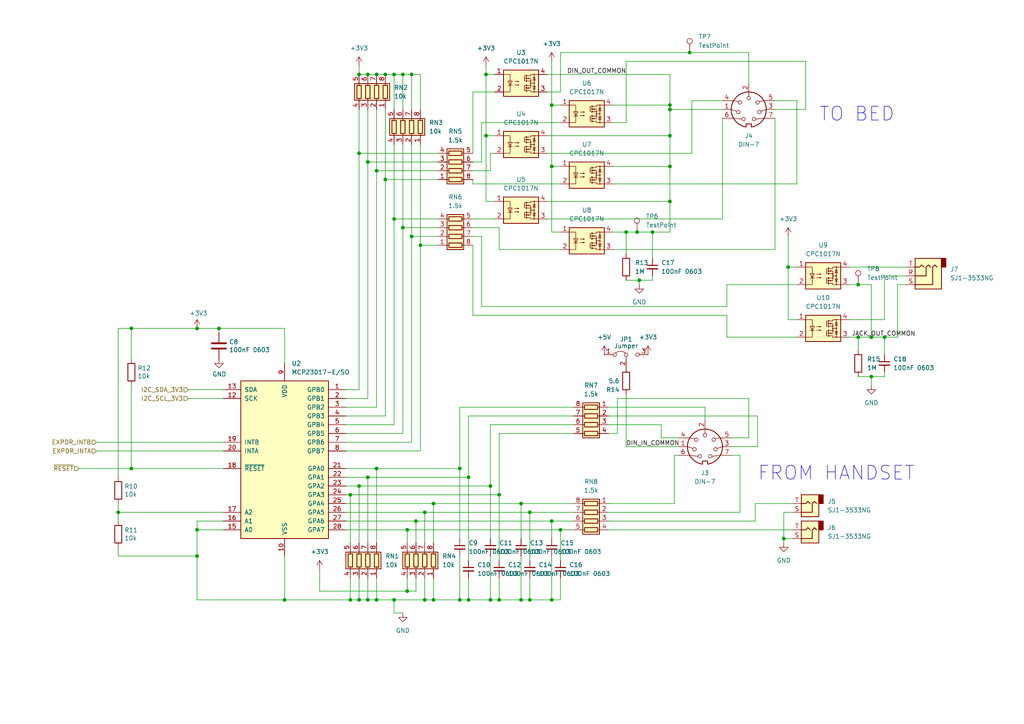
<source format=kicad_sch>
(kicad_sch (version 20211123) (generator eeschema)
  (paper "A4")
  (lib_symbols
    (symbol "Connector:AudioJack2"
      (property "Reference" "J" (at 0 8.89 0))
      (property "Value" "AudioJack2" (at 0 6.35 0))
      (symbol "AudioJack2_0_1"
        (rectangle (start -3.81 0) (end -2.54 -2.54) (stroke (width 0.254)) (fill (type outline)))
        (rectangle (start -2.54 3.81) (end 2.54 -2.54) (stroke (width 0.254)) (fill (type background)))
        (polyline (pts (xy 0 0) (xy 0.635 -0.635) (xy 1.27 0) (xy 2.54 0)) (stroke (width 0.254)))
        (polyline (pts (xy 2.54 2.54) (xy -0.635 2.54) (xy -0.635 0) (xy -1.27 -0.635) (xy -1.905 0)) (stroke (width 0.254)))
      )
      (symbol "AudioJack2_1_1"
        (pin passive line (at 5.08 2.54 180) (length 2.54) (name "~") (number "S"))
        (pin passive line (at 5.08 0 180) (length 2.54) (name "~") (number "T"))
      )
    )
    (symbol "Connector:AudioJack3"
      (property "Reference" "J" (at 0 8.89 0))
      (property "Value" "AudioJack3" (at 0 6.35 0))
      (symbol "AudioJack3_0_1"
        (rectangle (start -5.08 -5.08) (end -6.35 -2.54) (stroke (width 0.254)) (fill (type outline)))
        (polyline (pts (xy 0 -2.54) (xy 0.635 -3.175) (xy 1.27 -2.54) (xy 2.54 -2.54)) (stroke (width 0.254)))
        (polyline (pts (xy -1.905 -2.54) (xy -1.27 -3.175) (xy -0.635 -2.54) (xy -0.635 0) (xy 2.54 0)) (stroke (width 0.254)))
        (polyline (pts (xy 2.54 2.54) (xy -2.54 2.54) (xy -2.54 -2.54) (xy -3.175 -3.175) (xy -3.81 -2.54)) (stroke (width 0.254)))
        (rectangle (start 2.54 3.81) (end -5.08 -5.08) (stroke (width 0.254)) (fill (type background)))
      )
      (symbol "AudioJack3_1_1"
        (pin passive line (at 5.08 0 180) (length 2.54) (name "~") (number "R"))
        (pin passive line (at 5.08 2.54 180) (length 2.54) (name "~") (number "S"))
        (pin passive line (at 5.08 -2.54 180) (length 2.54) (name "~") (number "T"))
      )
    )
    (symbol "Connector:DIN-7" (pin_names (offset 1.016))
      (property "Reference" "J" (at 3.175 5.715 0))
      (property "Value" "DIN-7" (at 0 -6.604 0))
      (symbol "DIN-7_0_1"
        (arc (start -5.08 0) (mid -3.8597 -3.3379) (end -0.762 -5.08) (stroke (width 0.254)))
        (circle (center -3.048 -0.762) (radius 0.508))
        (circle (center -2.54 2.032) (radius 0.508))
        (circle (center -1.524 -2.794) (radius 0.508))
        (polyline (pts (xy -5.08 0) (xy -3.556 -0.508)))
        (polyline (pts (xy 0 5.08) (xy 0 3.81)))
        (polyline (pts (xy 5.08 0) (xy 3.556 -0.508)))
        (polyline (pts (xy -5.08 -2.54) (xy -4.318 -2.54) (xy -2.032 -2.794)))
        (polyline (pts (xy -5.08 2.54) (xy -4.318 2.54) (xy -3.048 2.286)))
        (polyline (pts (xy 5.08 -2.54) (xy 4.318 -2.54) (xy 2.032 -2.794)))
        (polyline (pts (xy 5.08 2.54) (xy 4.318 2.54) (xy 3.048 2.286)))
        (polyline (pts (xy -0.762 -4.953) (xy -0.762 -4.191) (xy 0.762 -4.191) (xy 0.762 -4.953)) (stroke (width 0.254)))
        (circle (center 0 3.302) (radius 0.508))
        (arc (start 0.762 -5.08) (mid 3.8673 -3.3444) (end 5.08 0) (stroke (width 0.254)))
        (circle (center 1.524 -2.794) (radius 0.508))
        (circle (center 2.54 2.032) (radius 0.508))
        (circle (center 3.048 -0.762) (radius 0.508))
        (arc (start 5.08 0) (mid 0 5.08) (end -5.08 0) (stroke (width 0.254)))
      )
      (symbol "DIN-7_1_1"
        (pin passive line (at -7.62 0 0) (length 2.54) (name "~") (number "1"))
        (pin passive line (at 0 7.62 270) (length 2.54) (name "~") (number "2"))
        (pin passive line (at 7.62 0 180) (length 2.54) (name "~") (number "3"))
        (pin passive line (at -7.62 2.54 0) (length 2.54) (name "~") (number "4"))
        (pin passive line (at 7.62 2.54 180) (length 2.54) (name "~") (number "5"))
        (pin passive line (at -7.62 -2.54 0) (length 2.54) (name "~") (number "6"))
        (pin passive line (at 7.62 -2.54 180) (length 2.54) (name "~") (number "7"))
      )
    )
    (symbol "Connector:TestPoint" (pin_numbers hide) (pin_names (offset 0.762) hide)
      (property "Reference" "TP" (at 0 6.858 0))
      (property "Value" "TestPoint" (at 0 5.08 0))
      (symbol "TestPoint_0_1"
        (circle (center 0 3.302) (radius 0.762))
      )
      (symbol "TestPoint_1_1"
        (pin passive line (at 0 0 90) (length 2.54) (name "1") (number "1"))
      )
    )
    (symbol "Device:C" (pin_numbers hide) (pin_names (offset 0.254))
      (property "Reference" "C" (at 0.635 2.54 0))
      (property "Value" "C" (at 0.635 -2.54 0))
      (symbol "C_0_1"
        (polyline (pts (xy -2.032 -0.762) (xy 2.032 -0.762)) (stroke (width 0.508)))
        (polyline (pts (xy -2.032 0.762) (xy 2.032 0.762)) (stroke (width 0.508)))
      )
      (symbol "C_1_1"
        (pin passive line (at 0 3.81 270) (length 2.794) (name "~") (number "1"))
        (pin passive line (at 0 -3.81 90) (length 2.794) (name "~") (number "2"))
      )
    )
    (symbol "Device:C_Small" (pin_numbers hide) (pin_names (offset 0.254) hide)
      (property "Reference" "C" (at 0.254 1.778 0))
      (property "Value" "C_Small" (at 0.254 -2.032 0))
      (symbol "C_Small_0_1"
        (polyline (pts (xy -1.524 -0.508) (xy 1.524 -0.508)) (stroke (width 0.3302)))
        (polyline (pts (xy -1.524 0.508) (xy 1.524 0.508)) (stroke (width 0.3048)))
      )
      (symbol "C_Small_1_1"
        (pin passive line (at 0 2.54 270) (length 2.032) (name "~") (number "1"))
        (pin passive line (at 0 -2.54 90) (length 2.032) (name "~") (number "2"))
      )
    )
    (symbol "Device:R" (pin_numbers hide) (pin_names (offset 0))
      (property "Reference" "R" (at 2.032 0 90))
      (property "Value" "R" (at 0 0 90))
      (symbol "R_0_1"
        (rectangle (start -1.016 -2.54) (end 1.016 2.54) (stroke (width 0.254)))
      )
      (symbol "R_1_1"
        (pin passive line (at 0 3.81 270) (length 1.27) (name "~") (number "1"))
        (pin passive line (at 0 -3.81 90) (length 1.27) (name "~") (number "2"))
      )
    )
    (symbol "Device:R_Pack04" (pin_names (offset 0) hide)
      (property "Reference" "RN" (at -7.62 0 90))
      (property "Value" "R_Pack04" (at 5.08 0 90))
      (symbol "R_Pack04_0_1"
        (rectangle (start -6.35 -2.413) (end 3.81 2.413) (stroke (width 0.254)) (fill (type background)))
        (rectangle (start -5.715 1.905) (end -4.445 -1.905) (stroke (width 0.254)))
        (rectangle (start -3.175 1.905) (end -1.905 -1.905) (stroke (width 0.254)))
        (rectangle (start -0.635 1.905) (end 0.635 -1.905) (stroke (width 0.254)))
        (polyline (pts (xy -5.08 -2.54) (xy -5.08 -1.905)))
        (polyline (pts (xy -5.08 1.905) (xy -5.08 2.54)))
        (polyline (pts (xy -2.54 -2.54) (xy -2.54 -1.905)))
        (polyline (pts (xy -2.54 1.905) (xy -2.54 2.54)))
        (polyline (pts (xy 0 -2.54) (xy 0 -1.905)))
        (polyline (pts (xy 0 1.905) (xy 0 2.54)))
        (polyline (pts (xy 2.54 -2.54) (xy 2.54 -1.905)))
        (polyline (pts (xy 2.54 1.905) (xy 2.54 2.54)))
        (rectangle (start 1.905 1.905) (end 3.175 -1.905) (stroke (width 0.254)))
      )
      (symbol "R_Pack04_1_1"
        (pin passive line (at -5.08 -5.08 90) (length 2.54) (name "R1.1") (number "1"))
        (pin passive line (at -2.54 -5.08 90) (length 2.54) (name "R2.1") (number "2"))
        (pin passive line (at 0 -5.08 90) (length 2.54) (name "R3.1") (number "3"))
        (pin passive line (at 2.54 -5.08 90) (length 2.54) (name "R4.1") (number "4"))
        (pin passive line (at 2.54 5.08 270) (length 2.54) (name "R4.2") (number "5"))
        (pin passive line (at 0 5.08 270) (length 2.54) (name "R3.2") (number "6"))
        (pin passive line (at -2.54 5.08 270) (length 2.54) (name "R2.2") (number "7"))
        (pin passive line (at -5.08 5.08 270) (length 2.54) (name "R1.2") (number "8"))
      )
    )
    (symbol "Interface_Expansion:MCP23017_SS" (pin_names (offset 1.016))
      (property "Reference" "U" (at -11.43 24.13 0))
      (property "Value" "MCP23017_SS" (at 0 0 0))
      (symbol "MCP23017_SS_0_1"
        (rectangle (start -12.7 22.86) (end 12.7 -22.86) (stroke (width 0.254)) (fill (type background)))
      )
      (symbol "MCP23017_SS_1_1"
        (pin bidirectional line (at 17.78 20.32 180) (length 5.08) (name "GPB0") (number "1"))
        (pin power_in line (at 0 -27.94 90) (length 5.08) (name "VSS") (number "10"))
        (pin no_connect line (at -12.7 15.24 0) (length 5.08) hide (name "NC") (number "11"))
        (pin input line (at -17.78 17.78 0) (length 5.08) (name "SCK") (number "12"))
        (pin bidirectional line (at -17.78 20.32 0) (length 5.08) (name "SDA") (number "13"))
        (pin no_connect line (at -12.7 12.7 0) (length 5.08) hide (name "NC") (number "14"))
        (pin input line (at -17.78 -20.32 0) (length 5.08) (name "A0") (number "15"))
        (pin input line (at -17.78 -17.78 0) (length 5.08) (name "A1") (number "16"))
        (pin input line (at -17.78 -15.24 0) (length 5.08) (name "A2") (number "17"))
        (pin input line (at -17.78 -2.54 0) (length 5.08) (name "~{RESET}") (number "18"))
        (pin tri_state line (at -17.78 5.08 0) (length 5.08) (name "INTB") (number "19"))
        (pin bidirectional line (at 17.78 17.78 180) (length 5.08) (name "GPB1") (number "2"))
        (pin tri_state line (at -17.78 2.54 0) (length 5.08) (name "INTA") (number "20"))
        (pin bidirectional line (at 17.78 -2.54 180) (length 5.08) (name "GPA0") (number "21"))
        (pin bidirectional line (at 17.78 -5.08 180) (length 5.08) (name "GPA1") (number "22"))
        (pin bidirectional line (at 17.78 -7.62 180) (length 5.08) (name "GPA2") (number "23"))
        (pin bidirectional line (at 17.78 -10.16 180) (length 5.08) (name "GPA3") (number "24"))
        (pin bidirectional line (at 17.78 -12.7 180) (length 5.08) (name "GPA4") (number "25"))
        (pin bidirectional line (at 17.78 -15.24 180) (length 5.08) (name "GPA5") (number "26"))
        (pin bidirectional line (at 17.78 -17.78 180) (length 5.08) (name "GPA6") (number "27"))
        (pin bidirectional line (at 17.78 -20.32 180) (length 5.08) (name "GPA7") (number "28"))
        (pin bidirectional line (at 17.78 15.24 180) (length 5.08) (name "GPB2") (number "3"))
        (pin bidirectional line (at 17.78 12.7 180) (length 5.08) (name "GPB3") (number "4"))
        (pin bidirectional line (at 17.78 10.16 180) (length 5.08) (name "GPB4") (number "5"))
        (pin bidirectional line (at 17.78 7.62 180) (length 5.08) (name "GPB5") (number "6"))
        (pin bidirectional line (at 17.78 5.08 180) (length 5.08) (name "GPB6") (number "7"))
        (pin bidirectional line (at 17.78 2.54 180) (length 5.08) (name "GPB7") (number "8"))
        (pin power_in line (at 0 27.94 270) (length 5.08) (name "VDD") (number "9"))
      )
    )
    (symbol "Jumper:Jumper_3_Bridged12" (pin_names (offset 0) hide)
      (property "Reference" "JP" (at -2.54 -2.54 0))
      (property "Value" "Jumper_3_Bridged12" (at 0 2.794 0))
      (symbol "Jumper_3_Bridged12_0_0"
        (circle (center -3.302 0) (radius 0.508))
        (circle (center 0 0) (radius 0.508))
        (circle (center 3.302 0) (radius 0.508))
      )
      (symbol "Jumper_3_Bridged12_0_1"
        (arc (start -0.254 0.508) (mid -1.651 0.9912) (end -3.048 0.508))
        (polyline (pts (xy 0 -1.27) (xy 0 -0.508)))
      )
      (symbol "Jumper_3_Bridged12_1_1"
        (pin passive line (at -6.35 0 0) (length 2.54) (name "A") (number "1"))
        (pin input line (at 0 -3.81 90) (length 2.54) (name "C") (number "2"))
        (pin passive line (at 6.35 0 180) (length 2.54) (name "B") (number "3"))
      )
    )
    (symbol "Relay_SolidState:CPC1017N"
      (property "Reference" "U" (at -5.08 5.08 0))
      (property "Value" "CPC1017N" (at 0 5.08 0))
      (symbol "CPC1017N_0_1"
        (rectangle (start -5.08 3.81) (end 5.08 -3.81) (stroke (width 0.254)) (fill (type background)))
        (polyline (pts (xy -3.81 -0.635) (xy -2.54 -0.635)))
        (polyline (pts (xy 1.016 -0.635) (xy 1.016 -2.159)) (stroke (width 0.2032)))
        (polyline (pts (xy 1.016 2.159) (xy 1.016 0.635)) (stroke (width 0.2032)))
        (polyline (pts (xy 1.524 -0.508) (xy 1.524 -0.762)) (stroke (width 0.3556)))
        (polyline (pts (xy 2.794 0) (xy 3.81 0)))
        (polyline (pts (xy 3.429 -1.651) (xy 4.191 -1.651)))
        (polyline (pts (xy 3.429 1.651) (xy 4.191 1.651)))
        (polyline (pts (xy 3.81 -2.54) (xy 3.81 2.54)))
        (polyline (pts (xy 1.524 -2.032) (xy 1.524 -2.286) (xy 1.524 -2.286)) (stroke (width 0.3556)))
        (polyline (pts (xy 1.524 -1.27) (xy 1.524 -1.524) (xy 1.524 -1.524)) (stroke (width 0.3556)))
        (polyline (pts (xy 1.524 0.762) (xy 1.524 0.508) (xy 1.524 0.508)) (stroke (width 0.3556)))
        (polyline (pts (xy 1.524 1.524) (xy 1.524 1.27) (xy 1.524 1.27)) (stroke (width 0.3556)))
        (polyline (pts (xy 1.524 2.286) (xy 1.524 2.032) (xy 1.524 2.032)) (stroke (width 0.3556)))
        (polyline (pts (xy 1.651 -1.397) (xy 2.794 -1.397) (xy 2.794 -0.635)))
        (polyline (pts (xy 1.651 1.397) (xy 2.794 1.397) (xy 2.794 0.635)))
        (polyline (pts (xy -5.08 2.54) (xy -3.175 2.54) (xy -3.175 -2.54) (xy -5.08 -2.54)))
        (polyline (pts (xy -3.175 -0.635) (xy -3.81 0.635) (xy -2.54 0.635) (xy -3.175 -0.635)))
        (polyline (pts (xy 1.651 -2.159) (xy 2.794 -2.159) (xy 2.794 -2.54) (xy 5.08 -2.54)))
        (polyline (pts (xy 1.651 -0.635) (xy 2.794 -0.635) (xy 2.794 0.635) (xy 1.651 0.635)))
        (polyline (pts (xy 1.651 2.159) (xy 2.794 2.159) (xy 2.794 2.54) (xy 5.08 2.54)))
        (polyline (pts (xy 1.778 -1.397) (xy 2.286 -1.27) (xy 2.286 -1.524) (xy 1.778 -1.397)))
        (polyline (pts (xy 1.778 1.397) (xy 2.286 1.524) (xy 2.286 1.27) (xy 1.778 1.397)))
        (polyline (pts (xy 3.81 -1.651) (xy 3.429 -0.889) (xy 4.191 -0.889) (xy 3.81 -1.651)))
        (polyline (pts (xy 3.81 1.651) (xy 3.429 0.889) (xy 4.191 0.889) (xy 3.81 1.651)))
        (polyline (pts (xy -1.905 -0.508) (xy -0.635 -0.508) (xy -1.016 -0.635) (xy -1.016 -0.381) (xy -0.635 -0.508)))
        (polyline (pts (xy -1.905 0.508) (xy -0.635 0.508) (xy -1.016 0.381) (xy -1.016 0.635) (xy -0.635 0.508)))
        (circle (center 2.794 -0.635) (radius 0.127))
        (circle (center 2.794 0) (radius 0.127))
        (circle (center 2.794 0.635) (radius 0.127))
        (circle (center 3.81 -2.54) (radius 0.127))
        (circle (center 3.81 0) (radius 0.127))
        (circle (center 3.81 2.54) (radius 0.127))
      )
      (symbol "CPC1017N_1_1"
        (pin passive line (at -7.62 2.54 0) (length 2.54) (name "~") (number "1"))
        (pin passive line (at -7.62 -2.54 0) (length 2.54) (name "~") (number "2"))
        (pin passive line (at 7.62 -2.54 180) (length 2.54) (name "~") (number "3"))
        (pin passive line (at 7.62 2.54 180) (length 2.54) (name "~") (number "4"))
      )
    )
    (symbol "power:+3.3V" (power) (pin_names (offset 0))
      (property "Value" "+3.3V" (at 0 3.556 0))
      (symbol "+3.3V_0_1"
        (polyline (pts (xy -0.762 1.27) (xy 0 2.54)))
        (polyline (pts (xy 0 0) (xy 0 2.54)))
        (polyline (pts (xy 0 2.54) (xy 0.762 1.27)))
      )
      (symbol "+3.3V_1_1"
        (pin power_in line (at 0 0 90) (length 0) hide (name "+3V3") (number "1"))
      )
    )
    (symbol "power:+5V" (power) (pin_names (offset 0))
      (property "Value" "+5V" (at 0 3.556 0))
      (symbol "+5V_0_1"
        (polyline (pts (xy -0.762 1.27) (xy 0 2.54)))
        (polyline (pts (xy 0 0) (xy 0 2.54)))
        (polyline (pts (xy 0 2.54) (xy 0.762 1.27)))
      )
      (symbol "+5V_1_1"
        (pin power_in line (at 0 0 90) (length 0) hide (name "+5V") (number "1"))
      )
    )
    (symbol "power:GND" (power) (pin_names (offset 0))
      (property "Value" "GND" (at 0 -3.81 0))
      (symbol "GND_0_1"
        (polyline (pts (xy 0 0) (xy 0 -1.27) (xy 1.27 -1.27) (xy 0 -2.54) (xy -1.27 -1.27) (xy 0 -1.27)))
      )
      (symbol "GND_1_1"
        (pin power_in line (at 0 0 270) (length 0) hide (name "GND") (number "1"))
      )
    )
  )
  (junction (at 34.29 148.59))
  (junction (at 228.6 77.47))
  (junction (at 227.33 156.21))
  (junction (at 101.6 173.99))
  (junction (at 184.785 67.31))
  (junction (at 142.24 173.99))
  (junction (at 116.84 21.59))
  (junction (at 119.38 68.58))
  (junction (at 252.73 97.79))
  (junction (at 120.65 151.13))
  (junction (at 104.14 140.97))
  (junction (at 200.025 15.24))
  (junction (at 111.76 21.59))
  (junction (at 140.97 21.59))
  (junction (at 63.5 95.25))
  (junction (at 142.24 140.97))
  (junction (at 153.67 173.99))
  (junction (at 144.78 173.99))
  (junction (at 194.31 48.26))
  (junction (at 82.55 173.99))
  (junction (at 151.13 146.05))
  (junction (at 140.97 39.37))
  (junction (at 153.67 148.59))
  (junction (at 194.31 58.42))
  (junction (at 106.68 21.59))
  (junction (at 104.14 44.45))
  (junction (at 119.38 21.59))
  (junction (at 133.35 173.99))
  (junction (at 114.3 21.59))
  (junction (at 248.92 97.79))
  (junction (at 252.73 109.22))
  (junction (at 109.22 135.89))
  (junction (at 194.31 39.37))
  (junction (at 109.22 173.99))
  (junction (at 123.19 173.99))
  (junction (at 125.73 173.99))
  (junction (at 57.15 153.67))
  (junction (at 256.54 97.79))
  (junction (at 160.02 173.99))
  (junction (at 111.76 52.07))
  (junction (at 135.89 173.99))
  (junction (at 151.13 173.99))
  (junction (at 181.61 67.31))
  (junction (at 57.15 161.29))
  (junction (at 125.73 146.05))
  (junction (at 248.92 82.55))
  (junction (at 104.14 21.59))
  (junction (at 109.22 21.59))
  (junction (at 118.11 153.67))
  (junction (at 123.19 148.59))
  (junction (at 160.02 48.26))
  (junction (at 185.42 81.28))
  (junction (at 160.02 151.13))
  (junction (at 106.68 173.99))
  (junction (at 162.56 153.67))
  (junction (at 118.11 171.45))
  (junction (at 101.6 143.51))
  (junction (at 109.22 49.53))
  (junction (at 38.1 95.25))
  (junction (at 116.84 66.04))
  (junction (at 57.15 95.25))
  (junction (at 135.89 138.43))
  (junction (at 104.14 173.99))
  (junction (at 194.31 30.48))
  (junction (at 189.23 67.31))
  (junction (at 160.02 30.48))
  (junction (at 114.3 173.99))
  (junction (at 114.3 63.5))
  (junction (at 106.68 46.99))
  (junction (at 121.92 71.12))
  (junction (at 194.31 31.75))
  (junction (at 144.78 143.51))
  (junction (at 133.35 135.89))
  (junction (at 38.1 135.89))
  (junction (at 106.68 138.43))
  (wire (pts (xy 214.63 148.59) (xy 214.63 132.08)))
  (wire (pts (xy 160.02 67.31) (xy 162.56 67.31)))
  (wire (pts (xy 158.75 44.45) (xy 200.66 44.45)))
  (wire (pts (xy 106.68 46.99) (xy 127 46.99)))
  (wire (pts (xy 210.82 97.79) (xy 231.14 97.79)))
  (wire (pts (xy 252.73 82.55) (xy 252.73 97.79)))
  (wire (pts (xy 116.84 66.04) (xy 116.84 125.73)))
  (wire (pts (xy 158.75 58.42) (xy 194.31 58.42)))
  (wire (pts (xy 210.82 82.55) (xy 231.14 82.55)))
  (wire (pts (xy 104.14 113.03) (xy 104.14 44.45)))
  (wire (pts (xy 256.54 102.87) (xy 256.54 97.79)))
  (wire (pts (xy 153.67 148.59) (xy 166.37 148.59)))
  (wire (pts (xy 252.73 97.79) (xy 256.54 97.79)))
  (wire (pts (xy 179.07 125.73) (xy 179.07 115.57)))
  (wire (pts (xy 120.65 171.45) (xy 118.11 171.45)))
  (wire (pts (xy 176.53 118.11) (xy 204.47 118.11)))
  (wire (pts (xy 231.14 53.34) (xy 231.14 29.21)))
  (wire (pts (xy 116.84 21.59) (xy 116.84 31.75)))
  (wire (pts (xy 119.38 21.59) (xy 119.38 31.75)))
  (wire (pts (xy 109.22 31.75) (xy 109.22 49.53)))
  (wire (pts (xy 153.67 148.59) (xy 153.67 162.56)))
  (wire (pts (xy 176.53 146.05) (xy 195.58 146.05)))
  (wire (pts (xy 176.53 120.65) (xy 219.71 120.65)))
  (wire (pts (xy 139.7 46.99) (xy 137.16 46.99)))
  (wire (pts (xy 121.92 71.12) (xy 127 71.12)))
  (wire (pts (xy 137.16 63.5) (xy 143.51 63.5)))
  (wire (pts (xy 133.35 135.89) (xy 133.35 118.11)))
  (wire (pts (xy 160.02 30.48) (xy 160.02 48.26)))
  (wire (pts (xy 160.02 173.99) (xy 162.56 173.99)))
  (wire (pts (xy 137.16 44.45) (xy 137.16 26.67)))
  (wire (pts (xy 114.3 173.99) (xy 123.19 173.99)))
  (wire (pts (xy 185.42 81.28) (xy 189.23 81.28)))
  (wire (pts (xy 252.73 109.22) (xy 256.54 109.22)))
  (wire (pts (xy 100.33 130.81) (xy 121.92 130.81)))
  (wire (pts (xy 160.02 151.13) (xy 166.37 151.13)))
  (wire (pts (xy 142.24 44.45) (xy 142.24 49.53)))
  (wire (pts (xy 101.6 173.99) (xy 104.14 173.99)))
  (wire (pts (xy 38.1 111.76) (xy 38.1 135.89)))
  (wire (pts (xy 120.65 151.13) (xy 120.65 157.48)))
  (wire (pts (xy 34.29 148.59) (xy 34.29 146.05)))
  (wire (pts (xy 92.71 171.45) (xy 92.71 165.1)))
  (wire (pts (xy 119.38 41.91) (xy 119.38 68.58)))
  (wire (pts (xy 57.15 153.67) (xy 64.77 153.67)))
  (wire (pts (xy 116.84 66.04) (xy 127 66.04)))
  (wire (pts (xy 100.33 143.51) (xy 101.6 143.51)))
  (wire (pts (xy 189.23 67.31) (xy 194.31 67.31)))
  (wire (pts (xy 246.38 97.79) (xy 248.92 97.79)))
  (wire (pts (xy 123.19 173.99) (xy 125.73 173.99)))
  (wire (pts (xy 144.78 143.51) (xy 144.78 125.73)))
  (wire (pts (xy 151.13 146.05) (xy 166.37 146.05)))
  (wire (pts (xy 144.78 162.56) (xy 144.78 143.51)))
  (wire (pts (xy 101.6 143.51) (xy 101.6 157.48)))
  (wire (pts (xy 34.29 138.43) (xy 34.29 95.25)))
  (wire (pts (xy 106.68 173.99) (xy 109.22 173.99)))
  (wire (pts (xy 224.79 72.39) (xy 224.79 34.29)))
  (wire (pts (xy 227.33 148.59) (xy 229.87 148.59)))
  (wire (pts (xy 109.22 21.59) (xy 111.76 21.59)))
  (wire (pts (xy 82.55 105.41) (xy 82.55 95.25)))
  (wire (pts (xy 162.56 26.67) (xy 162.56 15.24)))
  (wire (pts (xy 123.19 148.59) (xy 153.67 148.59)))
  (wire (pts (xy 104.14 44.45) (xy 104.14 31.75)))
  (wire (pts (xy 162.56 53.34) (xy 137.16 53.34)))
  (wire (pts (xy 100.33 118.11) (xy 109.22 118.11)))
  (wire (pts (xy 139.7 35.56) (xy 139.7 46.99)))
  (wire (pts (xy 195.58 146.05) (xy 195.58 132.08)))
  (wire (pts (xy 100.33 140.97) (xy 104.14 140.97)))
  (wire (pts (xy 64.77 128.27) (xy 27.94 128.27)))
  (wire (pts (xy 217.17 15.24) (xy 217.17 24.13)))
  (wire (pts (xy 162.56 173.99) (xy 162.56 167.64)))
  (wire (pts (xy 177.8 53.34) (xy 231.14 53.34)))
  (wire (pts (xy 109.22 49.53) (xy 109.22 118.11)))
  (wire (pts (xy 233.68 17.78) (xy 233.68 31.75)))
  (wire (pts (xy 120.65 167.64) (xy 120.65 171.45)))
  (wire (pts (xy 177.8 67.31) (xy 181.61 67.31)))
  (wire (pts (xy 123.19 167.64) (xy 123.19 173.99)))
  (wire (pts (xy 256.54 92.71) (xy 256.54 80.01)))
  (wire (pts (xy 194.31 48.26) (xy 194.31 39.37)))
  (wire (pts (xy 135.89 138.43) (xy 135.89 120.65)))
  (wire (pts (xy 104.14 19.05) (xy 104.14 21.59)))
  (wire (pts (xy 160.02 151.13) (xy 160.02 156.21)))
  (wire (pts (xy 142.24 49.53) (xy 137.16 49.53)))
  (wire (pts (xy 181.61 114.3) (xy 181.61 129.54)))
  (wire (pts (xy 118.11 153.67) (xy 162.56 153.67)))
  (wire (pts (xy 160.02 161.29) (xy 160.02 173.99)))
  (wire (pts (xy 111.76 31.75) (xy 111.76 52.07)))
  (wire (pts (xy 82.55 173.99) (xy 82.55 161.29)))
  (wire (pts (xy 256.54 97.79) (xy 260.35 97.79)))
  (wire (pts (xy 140.97 19.05) (xy 140.97 21.59)))
  (wire (pts (xy 106.68 138.43) (xy 135.89 138.43)))
  (wire (pts (xy 101.6 143.51) (xy 144.78 143.51)))
  (wire (pts (xy 200.66 29.21) (xy 209.55 29.21)))
  (wire (pts (xy 248.92 82.55) (xy 252.73 82.55)))
  (wire (pts (xy 194.31 67.31) (xy 194.31 58.42)))
  (wire (pts (xy 189.23 81.28) (xy 189.23 80.01)))
  (wire (pts (xy 114.3 21.59) (xy 116.84 21.59)))
  (wire (pts (xy 160.02 30.48) (xy 162.56 30.48)))
  (wire (pts (xy 101.6 173.99) (xy 82.55 173.99)))
  (wire (pts (xy 228.6 77.47) (xy 228.6 92.71)))
  (wire (pts (xy 189.23 67.31) (xy 189.23 74.93)))
  (wire (pts (xy 228.6 77.47) (xy 231.14 77.47)))
  (wire (pts (xy 121.92 41.91) (xy 121.92 71.12)))
  (wire (pts (xy 210.82 82.55) (xy 210.82 88.9)))
  (wire (pts (xy 256.54 109.22) (xy 256.54 107.95)))
  (wire (pts (xy 219.075 151.13) (xy 219.075 146.05)))
  (wire (pts (xy 181.61 17.78) (xy 233.68 17.78)))
  (wire (pts (xy 227.33 157.48) (xy 227.33 156.21)))
  (wire (pts (xy 135.89 120.65) (xy 166.37 120.65)))
  (wire (pts (xy 181.61 67.31) (xy 184.785 67.31)))
  (wire (pts (xy 227.33 148.59) (xy 227.33 156.21)))
  (wire (pts (xy 233.68 31.75) (xy 224.79 31.75)))
  (wire (pts (xy 246.38 92.71) (xy 256.54 92.71)))
  (wire (pts (xy 140.97 39.37) (xy 143.51 39.37)))
  (wire (pts (xy 200.66 44.45) (xy 200.66 29.21)))
  (wire (pts (xy 100.33 146.05) (xy 125.73 146.05)))
  (wire (pts (xy 100.33 120.65) (xy 111.76 120.65)))
  (wire (pts (xy 181.61 67.31) (xy 181.61 73.66)))
  (wire (pts (xy 109.22 135.89) (xy 133.35 135.89)))
  (wire (pts (xy 135.89 138.43) (xy 135.89 162.56)))
  (wire (pts (xy 252.73 109.22) (xy 252.73 111.76)))
  (wire (pts (xy 125.73 167.64) (xy 125.73 173.99)))
  (wire (pts (xy 176.53 125.73) (xy 179.07 125.73)))
  (wire (pts (xy 210.82 91.44) (xy 210.82 97.79)))
  (wire (pts (xy 135.89 173.99) (xy 142.24 173.99)))
  (wire (pts (xy 162.56 15.24) (xy 200.025 15.24)))
  (wire (pts (xy 177.8 72.39) (xy 224.79 72.39)))
  (wire (pts (xy 119.38 68.58) (xy 127 68.58)))
  (wire (pts (xy 64.77 113.03) (xy 54.61 113.03)))
  (wire (pts (xy 177.8 30.48) (xy 194.31 30.48)))
  (wire (pts (xy 162.56 72.39) (xy 144.78 72.39)))
  (wire (pts (xy 195.58 132.08) (xy 196.85 132.08)))
  (wire (pts (xy 144.78 167.64) (xy 144.78 173.99)))
  (wire (pts (xy 109.22 135.89) (xy 109.22 157.48)))
  (wire (pts (xy 116.84 21.59) (xy 119.38 21.59)))
  (wire (pts (xy 139.7 88.9) (xy 210.82 88.9)))
  (wire (pts (xy 179.07 115.57) (xy 217.17 115.57)))
  (wire (pts (xy 114.3 173.99) (xy 114.3 177.8)))
  (wire (pts (xy 109.22 167.64) (xy 109.22 173.99)))
  (wire (pts (xy 104.14 173.99) (xy 106.68 173.99)))
  (wire (pts (xy 248.92 97.79) (xy 252.73 97.79)))
  (wire (pts (xy 27.94 130.81) (xy 64.77 130.81)))
  (wire (pts (xy 214.63 132.08) (xy 212.09 132.08)))
  (wire (pts (xy 228.6 68.58) (xy 228.6 77.47)))
  (wire (pts (xy 38.1 135.89) (xy 22.86 135.89)))
  (wire (pts (xy 114.3 177.8) (xy 116.84 177.8)))
  (wire (pts (xy 123.19 148.59) (xy 123.19 157.48)))
  (wire (pts (xy 109.22 173.99) (xy 114.3 173.99)))
  (wire (pts (xy 143.51 44.45) (xy 142.24 44.45)))
  (wire (pts (xy 248.92 109.22) (xy 252.73 109.22)))
  (wire (pts (xy 162.56 35.56) (xy 139.7 35.56)))
  (wire (pts (xy 227.33 156.21) (xy 229.87 156.21)))
  (wire (pts (xy 106.68 21.59) (xy 109.22 21.59)))
  (wire (pts (xy 158.75 39.37) (xy 194.31 39.37)))
  (wire (pts (xy 217.17 127) (xy 212.09 127)))
  (wire (pts (xy 137.16 91.44) (xy 210.82 91.44)))
  (wire (pts (xy 151.13 173.99) (xy 153.67 173.99)))
  (wire (pts (xy 176.53 151.13) (xy 219.075 151.13)))
  (wire (pts (xy 57.15 151.13) (xy 57.15 153.67)))
  (wire (pts (xy 82.55 173.99) (xy 57.15 173.99)))
  (wire (pts (xy 57.15 153.67) (xy 57.15 161.29)))
  (wire (pts (xy 57.15 173.99) (xy 57.15 161.29)))
  (wire (pts (xy 194.31 58.42) (xy 194.31 48.26)))
  (wire (pts (xy 142.24 140.97) (xy 142.24 156.21)))
  (wire (pts (xy 160.02 17.78) (xy 160.02 30.48)))
  (wire (pts (xy 142.24 161.29) (xy 142.24 173.99)))
  (wire (pts (xy 111.76 52.07) (xy 127 52.07)))
  (wire (pts (xy 142.24 123.19) (xy 166.37 123.19)))
  (wire (pts (xy 144.78 173.99) (xy 151.13 173.99)))
  (wire (pts (xy 54.61 115.57) (xy 64.77 115.57)))
  (wire (pts (xy 119.38 68.58) (xy 119.38 128.27)))
  (wire (pts (xy 176.53 123.19) (xy 191.77 123.19)))
  (wire (pts (xy 158.75 21.59) (xy 194.31 21.59)))
  (wire (pts (xy 176.53 148.59) (xy 214.63 148.59)))
  (wire (pts (xy 116.84 41.91) (xy 116.84 66.04)))
  (wire (pts (xy 104.14 140.97) (xy 104.14 157.48)))
  (wire (pts (xy 118.11 167.64) (xy 118.11 171.45)))
  (wire (pts (xy 38.1 95.25) (xy 38.1 104.14)))
  (wire (pts (xy 34.29 161.29) (xy 57.15 161.29)))
  (wire (pts (xy 181.61 81.28) (xy 185.42 81.28)))
  (wire (pts (xy 34.29 95.25) (xy 38.1 95.25)))
  (wire (pts (xy 64.77 148.59) (xy 34.29 148.59)))
  (wire (pts (xy 191.77 127) (xy 196.85 127)))
  (wire (pts (xy 57.15 151.13) (xy 64.77 151.13)))
  (wire (pts (xy 260.35 97.79) (xy 260.35 82.55)))
  (wire (pts (xy 142.24 140.97) (xy 142.24 123.19)))
  (wire (pts (xy 34.29 158.75) (xy 34.29 161.29)))
  (wire (pts (xy 133.35 135.89) (xy 133.35 156.21)))
  (wire (pts (xy 140.97 58.42) (xy 143.51 58.42)))
  (wire (pts (xy 120.65 151.13) (xy 160.02 151.13)))
  (wire (pts (xy 106.68 138.43) (xy 106.68 157.48)))
  (wire (pts (xy 151.13 161.29) (xy 151.13 173.99)))
  (wire (pts (xy 151.13 146.05) (xy 151.13 156.21)))
  (wire (pts (xy 100.33 128.27) (xy 119.38 128.27)))
  (wire (pts (xy 160.02 48.26) (xy 162.56 48.26)))
  (wire (pts (xy 114.3 63.5) (xy 127 63.5)))
  (wire (pts (xy 135.89 167.64) (xy 135.89 173.99)))
  (wire (pts (xy 140.97 21.59) (xy 143.51 21.59)))
  (wire (pts (xy 144.78 125.73) (xy 166.37 125.73)))
  (wire (pts (xy 246.38 82.55) (xy 248.92 82.55)))
  (wire (pts (xy 114.3 63.5) (xy 114.3 123.19)))
  (wire (pts (xy 162.56 153.67) (xy 162.56 162.56)))
  (wire (pts (xy 100.33 148.59) (xy 123.19 148.59)))
  (wire (pts (xy 137.16 71.12) (xy 137.16 91.44)))
  (wire (pts (xy 158.75 63.5) (xy 209.55 63.5)))
  (wire (pts (xy 100.33 123.19) (xy 114.3 123.19)))
  (wire (pts (xy 109.22 49.53) (xy 127 49.53)))
  (wire (pts (xy 121.92 21.59) (xy 121.92 31.75)))
  (wire (pts (xy 104.14 21.59) (xy 106.68 21.59)))
  (wire (pts (xy 106.68 31.75) (xy 106.68 46.99)))
  (wire (pts (xy 217.17 115.57) (xy 217.17 127)))
  (wire (pts (xy 125.73 146.05) (xy 125.73 157.48)))
  (wire (pts (xy 121.92 130.81) (xy 121.92 71.12)))
  (wire (pts (xy 114.3 21.59) (xy 114.3 31.75)))
  (wire (pts (xy 153.67 173.99) (xy 160.02 173.99)))
  (wire (pts (xy 204.47 118.11) (xy 204.47 121.92)))
  (wire (pts (xy 101.6 167.64) (xy 101.6 173.99)))
  (wire (pts (xy 63.5 96.52) (xy 63.5 95.25)))
  (wire (pts (xy 111.76 21.59) (xy 114.3 21.59)))
  (wire (pts (xy 144.78 72.39) (xy 144.78 66.04)))
  (wire (pts (xy 118.11 153.67) (xy 118.11 157.48)))
  (wire (pts (xy 142.24 173.99) (xy 144.78 173.99)))
  (wire (pts (xy 100.33 115.57) (xy 106.68 115.57)))
  (wire (pts (xy 160.02 48.26) (xy 160.02 67.31)))
  (wire (pts (xy 100.33 113.03) (xy 104.14 113.03)))
  (wire (pts (xy 219.71 120.65) (xy 219.71 129.54)))
  (wire (pts (xy 144.78 66.04) (xy 137.16 66.04)))
  (wire (pts (xy 176.53 153.67) (xy 229.87 153.67)))
  (wire (pts (xy 133.35 161.29) (xy 133.35 173.99)))
  (wire (pts (xy 194.31 39.37) (xy 194.31 31.75)))
  (wire (pts (xy 219.71 129.54) (xy 212.09 129.54)))
  (wire (pts (xy 57.15 95.25) (xy 38.1 95.25)))
  (wire (pts (xy 119.38 21.59) (xy 121.92 21.59)))
  (wire (pts (xy 82.55 95.25) (xy 63.5 95.25)))
  (wire (pts (xy 34.29 151.13) (xy 34.29 148.59)))
  (wire (pts (xy 260.35 82.55) (xy 262.89 82.55)))
  (wire (pts (xy 177.8 48.26) (xy 194.31 48.26)))
  (wire (pts (xy 219.075 146.05) (xy 229.87 146.05)))
  (wire (pts (xy 231.14 29.21) (xy 224.79 29.21)))
  (wire (pts (xy 153.67 167.64) (xy 153.67 173.99)))
  (wire (pts (xy 228.6 92.71) (xy 231.14 92.71)))
  (wire (pts (xy 114.3 41.91) (xy 114.3 63.5)))
  (wire (pts (xy 100.33 151.13) (xy 120.65 151.13)))
  (wire (pts (xy 133.35 173.99) (xy 135.89 173.99)))
  (wire (pts (xy 139.7 68.58) (xy 139.7 88.9)))
  (wire (pts (xy 200.025 15.24) (xy 217.17 15.24)))
  (wire (pts (xy 181.61 129.54) (xy 196.85 129.54)))
  (wire (pts (xy 194.31 21.59) (xy 194.31 30.48)))
  (wire (pts (xy 137.16 53.34) (xy 137.16 52.07)))
  (wire (pts (xy 162.56 153.67) (xy 166.37 153.67)))
  (wire (pts (xy 100.33 125.73) (xy 116.84 125.73)))
  (wire (pts (xy 100.33 135.89) (xy 109.22 135.89)))
  (wire (pts (xy 248.92 97.79) (xy 248.92 101.6)))
  (wire (pts (xy 191.77 123.19) (xy 191.77 127)))
  (wire (pts (xy 194.31 30.48) (xy 194.31 31.75)))
  (wire (pts (xy 194.31 31.75) (xy 209.55 31.75)))
  (wire (pts (xy 140.97 39.37) (xy 140.97 58.42)))
  (wire (pts (xy 125.73 173.99) (xy 133.35 173.99)))
  (wire (pts (xy 106.68 167.64) (xy 106.68 173.99)))
  (wire (pts (xy 137.16 26.67) (xy 143.51 26.67)))
  (wire (pts (xy 246.38 77.47) (xy 262.89 77.47)))
  (wire (pts (xy 158.75 26.67) (xy 162.56 26.67)))
  (wire (pts (xy 106.68 46.99) (xy 106.68 115.57)))
  (wire (pts (xy 140.97 21.59) (xy 140.97 39.37)))
  (wire (pts (xy 100.33 138.43) (xy 106.68 138.43)))
  (wire (pts (xy 177.8 35.56) (xy 181.61 35.56)))
  (wire (pts (xy 104.14 140.97) (xy 142.24 140.97)))
  (wire (pts (xy 104.14 167.64) (xy 104.14 173.99)))
  (wire (pts (xy 133.35 118.11) (xy 166.37 118.11)))
  (wire (pts (xy 185.42 81.28) (xy 185.42 82.55)))
  (wire (pts (xy 38.1 135.89) (xy 64.77 135.89)))
  (wire (pts (xy 118.11 171.45) (xy 92.71 171.45)))
  (wire (pts (xy 209.55 63.5) (xy 209.55 34.29)))
  (wire (pts (xy 111.76 52.07) (xy 111.76 120.65)))
  (wire (pts (xy 125.73 146.05) (xy 151.13 146.05)))
  (wire (pts (xy 100.33 153.67) (xy 118.11 153.67)))
  (wire (pts (xy 256.54 80.01) (xy 262.89 80.01)))
  (wire (pts (xy 104.14 44.45) (xy 127 44.45)))
  (wire (pts (xy 63.5 95.25) (xy 57.15 95.25)))
  (wire (pts (xy 181.61 35.56) (xy 181.61 17.78)))
  (wire (pts (xy 184.785 67.31) (xy 189.23 67.31)))
  (wire (pts (xy 137.16 68.58) (xy 139.7 68.58)))
  (text "TO BED" (at 237.49 35.56 0) (effects (font (size 4 4)) (justify left bottom)))
  (text "FROM HANDSET" (at 219.71 139.7 0) (effects (font (size 4 4)) (justify left bottom)))
  (label "DIN_IN_COMMON" (at 181.61 129.54 0))
  (label "JACK_OUT_COMMON" (at 247.015 97.79 0))
  (label "DIN_OUT_COMMON" (at 164.465 21.59 0))
  (hierarchical_label "I2C_SDA_3V3" (shape input) (at 54.61 113.03 180))
  (hierarchical_label "I2C_SCL_3V3" (shape input) (at 54.61 115.57 180))
  (hierarchical_label "~{RESET}" (shape input) (at 22.86 135.89 180))
  (hierarchical_label "EXPDR_INTA" (shape input) (at 27.94 130.81 180))
  (hierarchical_label "EXPDR_INTB" (shape input) (at 27.94 128.27 180))
  (symbol (lib_id "Device:C_Small") (at 133.35 158.75 0) (unit 1)
    (property "Reference" "C9" (at 135.89 157.4862 0) (effects (justify left)))
    (property "Value" "100nF 0603" (at 135.89 160.0262 0) (effects (justify left)))
    (property "Footprint" "Capacitor_SMD:C_0603_1608Metric" (effects hide))
    (property "EuroCircuits" "GPC0603104" (effects hide))
    (property "JLCPCB" "CC0603KRX7R9BB104" (effects hide))
    (property "LCSC" "C14663" (effects hide))
  )
  (symbol (lib_id "power:+3.3V") (at 92.71 165.1 0) (unit 1)
    (property "Reference" "#PWR017" (effects hide))
    (property "Value" "+3.3V" (at 92.71 160.02 0))
  )
  (symbol (lib_id "Device:C_Small") (at 256.54 105.41 0) (unit 1)
    (property "Reference" "C18" (at 259.08 104.1462 0) (effects (justify left)))
    (property "Value" "100nF 0603" (at 259.08 106.6862 0) (effects (justify left)))
    (property "Footprint" "Capacitor_SMD:C_0603_1608Metric" (effects hide))
    (property "EuroCircuits" "GPC0603104" (effects hide))
    (property "JLCPCB" "CC0603KRX7R9BB104" (effects hide))
    (property "LCSC" "C14663" (effects hide))
  )
  (symbol (lib_id "Connector:TestPoint") (at 248.92 82.55 0) (unit 1)
    (property "Reference" "TP8" (at 251.46 77.9779 0) (effects (justify left)))
    (property "Value" "TestPoint" (at 251.46 80.5179 0) (effects (justify left)))
    (property "Footprint" "TestPoint:TestPoint_Keystone_5005-5009_Compact" (effects hide))
    (property "EuroCircuits" "5006" (effects hide))
  )
  (symbol (lib_id "Device:R") (at 181.61 110.49 180) (unit 1)
    (property "Reference" "R14" (at 179.705 113.0301 0) (effects (justify left)))
    (property "Value" "5.6" (at 179.705 110.4901 0) (effects (justify left)))
    (property "Footprint" "Resistor_SMD:R_0805_2012Metric" (effects hide))
    (property "EuroCircuits" "GPR08055R6" (effects hide))
    (property "JLCPCB" "0805W8J056JT5E" (effects hide))
    (property "LCSC" "C25321" (effects hide))
  )
  (symbol (lib_id "Device:C_Small") (at 135.89 165.1 0) (unit 1)
    (property "Reference" "C10" (at 138.43 163.8362 0) (effects (justify left)))
    (property "Value" "100nF 0603" (at 138.43 166.3762 0) (effects (justify left)))
    (property "Footprint" "Capacitor_SMD:C_0603_1608Metric" (effects hide))
    (property "EuroCircuits" "GPC0603104" (effects hide))
    (property "JLCPCB" "CC0603KRX7R9BB104" (effects hide))
    (property "LCSC" "C14663" (effects hide))
  )
  (symbol (lib_id "power:GND") (at 63.5 104.14 0) (unit 1)
    (property "Reference" "#PWR016" (effects hide))
    (property "Value" "GND" (at 63.627 108.5342 0))
  )
  (symbol (lib_id "power:+3.3V") (at 187.96 102.87 0) (unit 1)
    (property "Reference" "#PWR024" (effects hide))
    (property "Value" "+3.3V" (at 187.96 97.79 0))
  )
  (symbol (lib_id "Connector:DIN-7") (at 204.47 129.54 0) (unit 1)
    (property "Reference" "J3" (at 204.4701 137.16 0))
    (property "Value" "DIN-7" (at 204.4701 139.7 0))
    (property "Footprint" "wheelberry:pro-signal_DIN7_Socket" (effects hide))
    (property "Datasheet" "http://www.mouser.com/ds/2/18/40_c091_abd_e-75918.pdf" (effects hide))
    (property "EuroCircuits" "PSG03465" (effects hide))
  )
  (symbol (lib_id "Relay_SolidState:CPC1017N") (at 170.18 33.02 0) (unit 1)
    (property "Reference" "U6" (at 170.18 24.13 0))
    (property "Value" "CPC1017N" (at 170.18 26.67 0))
    (property "Footprint" "Package_SO:SOP-4_3.8x4.1mm_P2.54mm" (effects hide))
    (property "Datasheet" "http://www.ixysic.com/home/pdfs.nsf/www/CPC1017N.pdf/$file/CPC1017N.pdf" (effects hide))
    (property "EuroCircuits" "CPC1017NTR" (effects hide))
    (property "JLCPCB" "CPC1017NTR" (effects hide))
    (property "LCSC" "C81521" (effects hide))
  )
  (symbol (lib_id "Device:R_Pack04") (at 171.45 123.19 90) (mirror x) (unit 1)
    (property "Reference" "RN7" (at 171.45 111.76 90))
    (property "Value" "1.5k" (at 171.45 114.3 90))
    (property "Footprint" "Resistor_SMD:R_Array_Concave_4x0603" (effects hide))
    (property "EuroCircuits" "EXB-38V152JV" (effects hide))
    (property "JLCPCB" "4D03WGJ0152T5E" (effects hide))
    (property "LCSC" "C11988" (effects hide))
  )
  (symbol (lib_id "Device:R_Pack04") (at 132.08 46.99 270) (mirror x) (unit 1)
    (property "Reference" "RN5" (at 132.08 38.1 90))
    (property "Value" "1.5k" (at 132.08 40.64 90))
    (property "Footprint" "Resistor_SMD:R_Array_Concave_4x0603" (effects hide))
    (property "EuroCircuits" "EXB-38V152JV" (effects hide))
    (property "JLCPCB" "4D03WGJ0152T5E" (effects hide))
    (property "LCSC" "C11988" (effects hide))
  )
  (symbol (lib_id "Device:C_Small") (at 144.78 165.1 0) (unit 1)
    (property "Reference" "C12" (at 147.32 163.8362 0) (effects (justify left)))
    (property "Value" "100nF 0603" (at 147.32 166.3762 0) (effects (justify left)))
    (property "Footprint" "Capacitor_SMD:C_0603_1608Metric" (effects hide))
    (property "EuroCircuits" "GPC0603104" (effects hide))
    (property "JLCPCB" "CC0603KRX7R9BB104" (effects hide))
    (property "LCSC" "C14663" (effects hide))
  )
  (symbol (lib_id "Device:R") (at 34.29 154.94 0) (unit 1)
    (property "Reference" "R11" (at 36.068 153.7716 0) (effects (justify left)))
    (property "Value" "10k" (at 36.068 156.083 0) (effects (justify left)))
    (property "Footprint" "Resistor_SMD:R_0805_2012Metric" (effects hide))
    (property "EuroCircuits" "GPR080510K" (effects hide))
    (property "JLCPCB" "0805W8F1002T5E" (effects hide))
    (property "LCSC" "C17414" (effects hide))
  )
  (symbol (lib_id "Relay_SolidState:CPC1017N") (at 238.76 80.01 0) (unit 1)
    (property "Reference" "U9" (at 238.76 71.12 0))
    (property "Value" "CPC1017N" (at 238.76 73.66 0))
    (property "Footprint" "Package_SO:SOP-4_3.8x4.1mm_P2.54mm" (effects hide))
    (property "Datasheet" "http://www.ixysic.com/home/pdfs.nsf/www/CPC1017N.pdf/$file/CPC1017N.pdf" (effects hide))
    (property "EuroCircuits" "CPC1017NTR" (effects hide))
    (property "JLCPCB" "CPC1017NTR" (effects hide))
    (property "LCSC" "C81521" (effects hide))
  )
  (symbol (lib_id "Device:R_Pack04") (at 104.14 162.56 0) (mirror y) (unit 1)
    (property "Reference" "RN1" (at 111.76 161.2899 0) (effects (justify right)))
    (property "Value" "10k" (at 111.76 163.8299 0) (effects (justify right)))
    (property "Footprint" "Resistor_SMD:R_Array_Concave_4x0603" (effects hide))
    (property "EuroCircuits" "EXBV8V103JV" (effects hide))
    (property "JLCPCB" "4D03WGF1002T5(E)" (effects hide))
    (property "LCSC" "C109324" (effects hide))
  )
  (symbol (lib_id "Device:R_Pack04") (at 132.08 66.04 270) (mirror x) (unit 1)
    (property "Reference" "RN6" (at 132.08 57.15 90))
    (property "Value" "1.5k" (at 132.08 59.69 90))
    (property "Footprint" "Resistor_SMD:R_Array_Concave_4x0603" (effects hide))
    (property "EuroCircuits" "EXB-38V152JV" (effects hide))
    (property "JLCPCB" "4D03WGJ0152T5E" (effects hide))
    (property "LCSC" "C11988" (effects hide))
  )
  (symbol (lib_id "power:+3.3V") (at 57.15 95.25 0) (unit 1)
    (property "Reference" "#PWR015" (effects hide))
    (property "Value" "+3.3V" (at 57.531 90.8558 0))
  )
  (symbol (lib_id "Device:R_Pack04") (at 171.45 151.13 90) (mirror x) (unit 1)
    (property "Reference" "RN8" (at 171.45 139.7 90))
    (property "Value" "1.5k" (at 171.45 142.24 90))
    (property "Footprint" "Resistor_SMD:R_Array_Concave_4x0603" (effects hide))
    (property "EuroCircuits" "EXB-38V152JV" (effects hide))
    (property "JLCPCB" "4D03WGJ0152T5E" (effects hide))
    (property "LCSC" "C11988" (effects hide))
  )
  (symbol (lib_id "Relay_SolidState:CPC1017N") (at 170.18 69.85 0) (unit 1)
    (property "Reference" "U8" (at 170.18 60.96 0))
    (property "Value" "CPC1017N" (at 170.18 63.5 0))
    (property "Footprint" "Package_SO:SOP-4_3.8x4.1mm_P2.54mm" (effects hide))
    (property "Datasheet" "http://www.ixysic.com/home/pdfs.nsf/www/CPC1017N.pdf/$file/CPC1017N.pdf" (effects hide))
    (property "EuroCircuits" "CPC1017NTR" (effects hide))
    (property "JLCPCB" "CPC1017NTR" (effects hide))
    (property "LCSC" "C81521" (effects hide))
  )
  (symbol (lib_id "Device:R_Pack04") (at 120.65 162.56 0) (mirror y) (unit 1)
    (property "Reference" "RN4" (at 128.27 161.2899 0) (effects (justify right)))
    (property "Value" "10k" (at 128.27 163.8299 0) (effects (justify right)))
    (property "Footprint" "Resistor_SMD:R_Array_Concave_4x0603" (effects hide))
    (property "EuroCircuits" "EXBV8V103JV" (effects hide))
    (property "JLCPCB" "4D03WGF1002T5(E)" (effects hide))
    (property "LCSC" "C109324" (effects hide))
  )
  (symbol (lib_id "Device:R_Pack04") (at 116.84 36.83 0) (mirror y) (unit 1)
    (property "Reference" "RN3" (at 124.46 35.5599 0) (effects (justify right)))
    (property "Value" "10k" (at 124.46 38.0999 0) (effects (justify right)))
    (property "Footprint" "Resistor_SMD:R_Array_Concave_4x0603" (effects hide))
    (property "EuroCircuits" "EXBV8V103JV" (effects hide))
    (property "JLCPCB" "4D03WGF1002T5(E)" (effects hide))
    (property "LCSC" "C109324" (effects hide))
  )
  (symbol (lib_id "Relay_SolidState:CPC1017N") (at 238.76 95.25 0) (unit 1)
    (property "Reference" "U10" (at 238.76 86.36 0))
    (property "Value" "CPC1017N" (at 238.76 88.9 0))
    (property "Footprint" "Package_SO:SOP-4_3.8x4.1mm_P2.54mm" (effects hide))
    (property "Datasheet" "http://www.ixysic.com/home/pdfs.nsf/www/CPC1017N.pdf/$file/CPC1017N.pdf" (effects hide))
    (property "EuroCircuits" "CPC1017NTR" (effects hide))
    (property "JLCPCB" "CPC1017NTR" (effects hide))
    (property "LCSC" "C81521" (effects hide))
  )
  (symbol (lib_id "Relay_SolidState:CPC1017N") (at 170.18 50.8 0) (unit 1)
    (property "Reference" "U7" (at 170.18 41.91 0))
    (property "Value" "CPC1017N" (at 170.18 44.45 0))
    (property "Footprint" "Package_SO:SOP-4_3.8x4.1mm_P2.54mm" (effects hide))
    (property "Datasheet" "http://www.ixysic.com/home/pdfs.nsf/www/CPC1017N.pdf/$file/CPC1017N.pdf" (effects hide))
    (property "EuroCircuits" "CPC1017NTR" (effects hide))
    (property "JLCPCB" "CPC1017NTR" (effects hide))
    (property "LCSC" "C81521" (effects hide))
  )
  (symbol (lib_id "Relay_SolidState:CPC1017N") (at 151.13 60.96 0) (unit 1)
    (property "Reference" "U5" (at 151.13 52.07 0))
    (property "Value" "CPC1017N" (at 151.13 54.61 0))
    (property "Footprint" "Package_SO:SOP-4_3.8x4.1mm_P2.54mm" (effects hide))
    (property "Datasheet" "http://www.ixysic.com/home/pdfs.nsf/www/CPC1017N.pdf/$file/CPC1017N.pdf" (effects hide))
    (property "EuroCircuits" "CPC1017NTR" (effects hide))
    (property "JLCPCB" "CPC1017NTR" (effects hide))
    (property "LCSC" "C81521" (effects hide))
  )
  (symbol (lib_id "Device:R") (at 181.61 77.47 0) (unit 1)
    (property "Reference" "R13" (at 184.15 76.1999 0) (effects (justify left)))
    (property "Value" "1M" (at 184.15 78.7399 0) (effects (justify left)))
    (property "Footprint" "Resistor_SMD:R_0805_2012Metric" (effects hide))
    (property "EuroCircuits" "GPR08051M" (effects hide))
    (property "JLCPCB" "0805W8F1004T5E" (effects hide))
    (property "LCSC" "C17514" (effects hide))
  )
  (symbol (lib_id "Interface_Expansion:MCP23017_SS") (at 82.55 133.35 0) (unit 1)
    (property "Reference" "U2" (at 84.5694 105.41 0) (effects (justify left)))
    (property "Value" "MCP23017-E/SO" (at 84.5694 107.95 0) (effects (justify left)))
    (property "Footprint" "Package_SO:SOIC-28W_7.5x17.9mm_P1.27mm" (effects hide))
    (property "Datasheet" "http://ww1.microchip.com/downloads/en/DeviceDoc/20001952C.pdf" (effects hide))
    (property "EuroCircuits" "MCP23017-E/SO" (effects hide))
    (property "JLCPCB" "MCP23017-E/SO" (effects hide))
  )
  (symbol (lib_id "power:+3.3V") (at 160.02 17.78 0) (unit 1)
    (property "Reference" "#PWR021" (effects hide))
    (property "Value" "+3.3V" (at 160.02 12.7 0))
  )
  (symbol (lib_id "power:GND") (at 185.42 82.55 0) (unit 1)
    (property "Reference" "#PWR023" (effects hide))
    (property "Value" "GND" (at 185.42 87.63 0))
  )
  (symbol (lib_id "Device:C_Small") (at 160.02 158.75 0) (unit 1)
    (property "Reference" "C15" (at 162.56 157.4862 0) (effects (justify left)))
    (property "Value" "100nF 0603" (at 162.56 160.0262 0) (effects (justify left)))
    (property "Footprint" "Capacitor_SMD:C_0603_1608Metric" (effects hide))
    (property "EuroCircuits" "GPC0603104" (effects hide))
    (property "JLCPCB" "CC0603KRX7R9BB104" (effects hide))
    (property "LCSC" "C14663" (effects hide))
  )
  (symbol (lib_id "Device:C_Small") (at 151.13 158.75 0) (unit 1)
    (property "Reference" "C13" (at 153.67 157.4862 0) (effects (justify left)))
    (property "Value" "100nF 0603" (at 153.67 160.0262 0) (effects (justify left)))
    (property "Footprint" "Capacitor_SMD:C_0603_1608Metric" (effects hide))
    (property "EuroCircuits" "GPC0603104" (effects hide))
    (property "JLCPCB" "CC0603KRX7R9BB104" (effects hide))
    (property "LCSC" "C14663" (effects hide))
  )
  (symbol (lib_id "Device:R_Pack04") (at 106.68 26.67 0) (mirror y) (unit 1)
    (property "Reference" "RN2" (at 114.3 25.3999 0) (effects (justify right)))
    (property "Value" "10k" (at 114.3 27.9399 0) (effects (justify right)))
    (property "Footprint" "Resistor_SMD:R_Array_Concave_4x0603" (effects hide))
    (property "EuroCircuits" "EXBV8V103JV" (effects hide))
    (property "JLCPCB" "4D03WGF1002T5(E)" (effects hide))
    (property "LCSC" "C109324" (effects hide))
  )
  (symbol (lib_id "Connector:TestPoint") (at 184.785 67.31 0) (unit 1)
    (property "Reference" "TP6" (at 187.325 62.7379 0) (effects (justify left)))
    (property "Value" "TestPoint" (at 187.325 65.2779 0) (effects (justify left)))
    (property "Footprint" "TestPoint:TestPoint_Keystone_5005-5009_Compact" (effects hide))
    (property "EuroCircuits" "5006" (effects hide))
  )
  (symbol (lib_id "power:+3.3V") (at 104.14 19.05 0) (unit 1)
    (property "Reference" "#PWR018" (effects hide))
    (property "Value" "+3.3V" (at 104.14 13.97 0))
  )
  (symbol (lib_id "Relay_SolidState:CPC1017N") (at 151.13 41.91 0) (unit 1)
    (property "Reference" "U4" (at 151.13 33.02 0))
    (property "Value" "CPC1017N" (at 151.13 35.56 0))
    (property "Footprint" "Package_SO:SOP-4_3.8x4.1mm_P2.54mm" (effects hide))
    (property "Datasheet" "http://www.ixysic.com/home/pdfs.nsf/www/CPC1017N.pdf/$file/CPC1017N.pdf" (effects hide))
    (property "EuroCircuits" "CPC1017NTR" (effects hide))
    (property "JLCPCB" "CPC1017NTR" (effects hide))
    (property "LCSC" "C81521" (effects hide))
  )
  (symbol (lib_id "Connector:TestPoint") (at 200.025 15.24 0) (unit 1)
    (property "Reference" "TP7" (at 202.565 10.6679 0) (effects (justify left)))
    (property "Value" "TestPoint" (at 202.565 13.2079 0) (effects (justify left)))
    (property "Footprint" "TestPoint:TestPoint_Keystone_5005-5009_Compact" (effects hide))
    (property "EuroCircuits" "5006" (effects hide))
  )
  (symbol (lib_id "power:+5V") (at 175.26 102.87 0) (unit 1)
    (property "Reference" "#PWR022" (effects hide))
    (property "Value" "+5V" (at 175.26 97.79 0))
  )
  (symbol (lib_id "Relay_SolidState:CPC1017N") (at 151.13 24.13 0) (unit 1)
    (property "Reference" "U3" (at 151.13 15.24 0))
    (property "Value" "CPC1017N" (at 151.13 17.78 0))
    (property "Footprint" "Package_SO:SOP-4_3.8x4.1mm_P2.54mm" (effects hide))
    (property "Datasheet" "http://www.ixysic.com/home/pdfs.nsf/www/CPC1017N.pdf/$file/CPC1017N.pdf" (effects hide))
    (property "EuroCircuits" "CPC1017NTR" (effects hide))
    (property "JLCPCB" "CPC1017NTR" (effects hide))
    (property "LCSC" "C81521" (effects hide))
  )
  (symbol (lib_id "Device:C_Small") (at 189.23 77.47 0) (unit 1)
    (property "Reference" "C17" (at 191.77 76.2062 0) (effects (justify left)))
    (property "Value" "100nF 0603" (at 191.77 78.7462 0) (effects (justify left)))
    (property "Footprint" "Capacitor_SMD:C_0603_1608Metric" (effects hide))
    (property "EuroCircuits" "GPC0603104" (effects hide))
    (property "JLCPCB" "CC0603KRX7R9BB104" (effects hide))
    (property "LCSC" "C14663" (effects hide))
  )
  (symbol (lib_id "Device:C_Small") (at 142.24 158.75 0) (unit 1)
    (property "Reference" "C11" (at 144.78 157.4862 0) (effects (justify left)))
    (property "Value" "100nF 0603" (at 144.78 160.0262 0) (effects (justify left)))
    (property "Footprint" "Capacitor_SMD:C_0603_1608Metric" (effects hide))
    (property "EuroCircuits" "GPC0603104" (effects hide))
    (property "JLCPCB" "CC0603KRX7R9BB104" (effects hide))
    (property "LCSC" "C14663" (effects hide))
  )
  (symbol (lib_id "Connector:AudioJack3") (at 267.97 80.01 180) (unit 1)
    (property "Reference" "J7" (at 275.59 78.1049 0) (effects (justify right)))
    (property "Value" "SJ1-3533NG" (at 275.59 80.6449 0) (effects (justify right)))
    (property "Footprint" "Connector_Audio:Jack_3.5mm_CUI_SJ1-3533NG_Horizontal" (effects hide))
    (property "EuroCircuits" "SJ1-3533NG" (effects hide))
  )
  (symbol (lib_id "power:GND") (at 116.84 177.8 0) (unit 1)
    (property "Reference" "#PWR019" (effects hide))
    (property "Value" "GND" (at 116.84 182.88 0))
  )
  (symbol (lib_id "Device:R") (at 38.1 107.95 0) (unit 1)
    (property "Reference" "R12" (at 39.878 106.7816 0) (effects (justify left)))
    (property "Value" "10k" (at 39.878 109.093 0) (effects (justify left)))
    (property "Footprint" "Resistor_SMD:R_0805_2012Metric" (effects hide))
    (property "EuroCircuits" "GPR080510K" (effects hide))
    (property "JLCPCB" "0805W8F1002T5E" (effects hide))
    (property "LCSC" "C17414" (effects hide))
  )
  (symbol (lib_id "power:GND") (at 227.33 157.48 0) (unit 1)
    (property "Reference" "#PWR025" (effects hide))
    (property "Value" "GND" (at 227.33 162.56 0))
  )
  (symbol (lib_id "Connector:DIN-7") (at 217.17 31.75 0) (unit 1)
    (property "Reference" "J4" (at 217.1701 39.37 0))
    (property "Value" "DIN-7" (at 217.1701 41.91 0))
    (property "Footprint" "wheelberry:pro-signal_DIN7_Socket" (effects hide))
    (property "Datasheet" "http://www.mouser.com/ds/2/18/40_c091_abd_e-75918.pdf" (effects hide))
    (property "EuroCircuits" "PSG03465" (effects hide))
  )
  (symbol (lib_id "power:GND") (at 252.73 111.76 0) (unit 1)
    (property "Reference" "#PWR027" (effects hide))
    (property "Value" "GND" (at 252.73 116.84 0))
  )
  (symbol (lib_id "Jumper:Jumper_3_Bridged12") (at 181.61 102.87 0) (unit 1)
    (property "Reference" "JP1" (at 181.61 98.425 0))
    (property "Value" "Jumper" (at 181.61 100.33 0))
    (property "Footprint" "Connector_PinHeader_2.54mm:PinHeader_1x03_P2.54mm_Vertical" (effects hide))
    (property "EuroCircuits" "M20-8770342" (effects hide))
  )
  (symbol (lib_id "power:+3.3V") (at 140.97 19.05 0) (unit 1)
    (property "Reference" "#PWR020" (effects hide))
    (property "Value" "+3.3V" (at 140.97 13.97 0))
  )
  (symbol (lib_id "Connector:AudioJack2") (at 234.95 146.05 180) (unit 1)
    (property "Reference" "J5" (at 240.03 145.4149 0) (effects (justify right)))
    (property "Value" "SJ1-3533NG" (at 240.03 147.9549 0) (effects (justify right)))
    (property "Footprint" "Connector_Audio:Jack_3.5mm_CUI_SJ1-3533NG_Horizontal" (effects hide))
    (property "EuroCircuits" "SJ1-3533NG" (effects hide))
  )
  (symbol (lib_id "Device:C_Small") (at 162.56 165.1 0) (unit 1)
    (property "Reference" "C16" (at 165.1 163.8362 0) (effects (justify left)))
    (property "Value" "100nF 0603" (at 165.1 166.3762 0) (effects (justify left)))
    (property "Footprint" "Capacitor_SMD:C_0603_1608Metric" (effects hide))
    (property "EuroCircuits" "GPC0603104" (effects hide))
    (property "JLCPCB" "CC0603KRX7R9BB104" (effects hide))
    (property "LCSC" "C14663" (effects hide))
  )
  (symbol (lib_id "Connector:AudioJack2") (at 234.95 153.67 180) (unit 1)
    (property "Reference" "J6" (at 240.03 153.0349 0) (effects (justify right)))
    (property "Value" "SJ1-3533NG" (at 240.03 155.5749 0) (effects (justify right)))
    (property "Footprint" "Connector_Audio:Jack_3.5mm_CUI_SJ1-3533NG_Horizontal" (effects hide))
    (property "EuroCircuits" "SJ1-3533NG" (effects hide))
  )
  (symbol (lib_id "Device:C_Small") (at 153.67 165.1 0) (unit 1)
    (property "Reference" "C14" (at 156.21 163.8362 0) (effects (justify left)))
    (property "Value" "100nF 0603" (at 156.21 166.3762 0) (effects (justify left)))
    (property "Footprint" "Capacitor_SMD:C_0603_1608Metric" (effects hide))
    (property "EuroCircuits" "GPC0603104" (effects hide))
    (property "JLCPCB" "CC0603KRX7R9BB104" (effects hide))
    (property "LCSC" "C14663" (effects hide))
  )
  (symbol (lib_id "Device:C") (at 63.5 100.33 0) (unit 1)
    (property "Reference" "C8" (at 66.421 99.1616 0) (effects (justify left)))
    (property "Value" "100nF 0603" (at 66.421 101.473 0) (effects (justify left)))
    (property "Footprint" "Capacitor_SMD:C_0603_1608Metric" (effects hide))
    (property "EuroCircuits" "GPC0603104" (effects hide))
    (property "JLCPCB" "CC0603KRX7R9BB104" (effects hide))
    (property "LCSC" "C14663" (effects hide))
  )
  (symbol (lib_id "Device:R") (at 34.29 142.24 0) (unit 1)
    (property "Reference" "R10" (at 36.068 141.0716 0) (effects (justify left)))
    (property "Value" "10k" (at 36.068 143.383 0) (effects (justify left)))
    (property "Footprint" "Resistor_SMD:R_0805_2012Metric" (effects hide))
    (property "EuroCircuits" "GPR080510K" (effects hide))
    (property "JLCPCB" "0805W8F1002T5E" (effects hide))
    (property "LCSC" "C17414" (effects hide))
  )
  (symbol (lib_id "Device:R") (at 248.92 105.41 0) (unit 1)
    (property "Reference" "R15" (at 251.46 104.1399 0) (effects (justify left)))
    (property "Value" "1M" (at 251.46 106.6799 0) (effects (justify left)))
    (property "Footprint" "Resistor_SMD:R_0805_2012Metric" (effects hide))
    (property "EuroCircuits" "GPR08051M" (effects hide))
    (property "JLCPCB" "0805W8F1004T5E" (effects hide))
    (property "LCSC" "C17514" (effects hide))
  )
  (symbol (lib_id "power:+3.3V") (at 228.6 68.58 0) (unit 1)
    (property "Reference" "#PWR026" (effects hide))
    (property "Value" "+3.3V" (at 228.6 63.5 0))
  )
)
</source>
